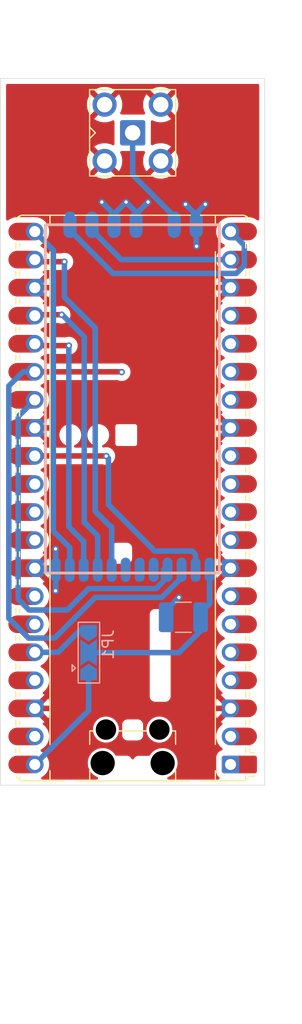
<source format=kicad_pcb>
(kicad_pcb (version 20241229) (generator "pcbnew") (generator_version "9.0")
  (layers (0 "F.Cu" signal) (2 "B.Cu" signal) (13 "F.Paste" user) (15 "B.Paste" user) (5 "F.SilkS" user "F.Silkscreen") (7 "B.SilkS" user "B.Silkscreen") (1 "F.Mask" user) (3 "B.Mask" user) (25 "Edge.Cuts" user))
  (net 0 "")
  (net 1 "GND")
  (net 3 "+3V3")
  (net 6 "/MOSI")
  (net 7 "/MISO")
  (net 9 "/RX_EN")
  (net 10 "/NSS")
  (net 13 "/TCXO_EN")
  (net 17 "VBUS")
  (net 18 "/BUSY")
  (net 19 "/RESET")
  (net 21 "/TX_EN")
  (net 24 "/SCK")
  (net 34 "Net-(J1-In)")
  (net 38 "Net-(JP1-C)")
  (footprint "Module:RaspberryPi_Pico_Common_Unspecified" (layer "F.Cu") (at 82 68 180)
    (property "Reference" "A1" (hide yes))
    (property "Value" "RaspberryPi_Pico")
    (fp_line (start 10.61 22.65) (end 10.61 23.07) (stroke (width 0.12)) (layer "F.SilkS"))
    (fp_line (start 10.61 20.11) (end 10.61 20.53) (stroke (width 0.12)) (layer "F.SilkS"))
    (fp_line (start 10.61 17.57) (end 10.61 17.99) (stroke (width 0.12)) (layer "F.SilkS"))
    (fp_line (start 10.61 15.03) (end 10.61 15.45) (stroke (width 0.12)) (layer "F.SilkS"))
    (fp_line (start 10.61 12.49) (end 10.61 12.91) (stroke (width 0.12)) (layer "F.SilkS"))
    (fp_line (start 10.61 9.95) (end 10.61 10.37) (stroke (width 0.12)) (layer "F.SilkS"))
    (fp_line (start 10.61 7.41) (end 10.61 7.83) (stroke (width 0.12)) (layer "F.SilkS"))
    (fp_line (start 10.61 4.87) (end 10.61 5.29) (stroke (width 0.12)) (layer "F.SilkS"))
    (fp_line (start 10.61 2.33) (end 10.61 2.75) (stroke (width 0.12)) (layer "F.SilkS"))
    (fp_line (start 10.61 -0.21) (end 10.61 0.21) (stroke (width 0.12)) (layer "F.SilkS"))
    (fp_line (start 10.61 -2.75) (end 10.61 -2.33) (stroke (width 0.12)) (layer "F.SilkS"))
    (fp_line (start 10.61 -5.29) (end 10.61 -4.87) (stroke (width 0.12)) (layer "F.SilkS"))
    (fp_line (start 10.61 -7.83) (end 10.61 -7.41) (stroke (width 0.12)) (layer "F.SilkS"))
    (fp_line (start 10.61 -10.37) (end 10.61 -9.95) (stroke (width 0.12)) (layer "F.SilkS"))
    (fp_line (start 10.61 -12.91) (end 10.61 -12.49) (stroke (width 0.12)) (layer "F.SilkS"))
    (fp_line (start 10.61 -15.45) (end 10.61 -15.03) (stroke (width 0.12)) (layer "F.SilkS"))
    (fp_line (start 10.61 -17.99) (end 10.61 -17.57) (stroke (width 0.12)) (layer "F.SilkS"))
    (fp_line (start 10.61 -20.53) (end 10.61 -20.11) (stroke (width 0.12)) (layer "F.SilkS"))
    (fp_line (start 10.61 -23.07) (end 10.61 -22.65) (stroke (width 0.12)) (layer "F.SilkS"))
    (fp_line (start 10.27 25.189937) (end 10.27 25.547) (stroke (width 0.12)) (layer "F.SilkS"))
    (fp_line (start 10.27 22.65) (end 10.27 23.07) (stroke (width 0.12)) (layer "F.SilkS"))
    (fp_line (start 10.27 20.11) (end 10.27 20.53) (stroke (width 0.12)) (layer "F.SilkS"))
    (fp_line (start 10.27 17.57) (end 10.27 17.99) (stroke (width 0.12)) (layer "F.SilkS"))
    (fp_line (start 10.27 15.03) (end 10.27 15.45) (stroke (width 0.12)) (layer "F.SilkS"))
    (fp_line (start 10.27 12.49) (end 10.27 12.91) (stroke (width 0.12)) (layer "F.SilkS"))
    (fp_line (start 10.27 9.95) (end 10.27 10.37) (stroke (width 0.12)) (layer "F.SilkS"))
    (fp_line (start 10.27 7.41) (end 10.27 7.83) (stroke (width 0.12)) (layer "F.SilkS"))
    (fp_line (start 10.27 4.87) (end 10.27 5.29) (stroke (width 0.12)) (layer "F.SilkS"))
    (fp_line (start 10.27 2.33) (end 10.27 2.75) (stroke (width 0.12)) (layer "F.SilkS"))
    (fp_line (start 10.27 -0.21) (end 10.27 0.21) (stroke (width 0.12)) (layer "F.SilkS"))
    (fp_line (start 10.27 -2.75) (end 10.27 -2.33) (stroke (width 0.12)) (layer "F.SilkS"))
    (fp_line (start 10.27 -5.29) (end 10.27 -4.87) (stroke (width 0.12)) (layer "F.SilkS"))
    (fp_line (start 10.27 -7.83) (end 10.27 -7.41) (stroke (width 0.12)) (layer "F.SilkS"))
    (fp_line (start 10.27 -10.37) (end 10.27 -9.95) (stroke (width 0.12)) (layer "F.SilkS"))
    (fp_line (start 10.27 -12.91) (end 10.27 -12.49) (stroke (width 0.12)) (layer "F.SilkS"))
    (fp_line (start 10.27 -15.45) (end 10.27 -15.03) (stroke (width 0.12)) (layer "F.SilkS"))
    (fp_line (start 10.27 -17.99) (end 10.27 -17.57) (stroke (width 0.12)) (layer "F.SilkS"))
    (fp_line (start 10.27 -20.53) (end 10.27 -20.11) (stroke (width 0.12)) (layer "F.SilkS"))
    (fp_line (start 10.27 -23.07) (end 10.27 -22.65) (stroke (width 0.12)) (layer "F.SilkS"))
    (fp_line (start 10.27 -25.189937) (end 10.27 -25.547) (stroke (width 0.12)) (layer "F.SilkS"))
    (fp_line (start 10 -25.61) (end 7.51 -25.61) (stroke (width 0.12)) (layer "F.SilkS"))
    (fp_line (start 7.51 24.69648) (end 7.51 25.61) (stroke (width 0.12)) (layer "F.SilkS"))
    (fp_line (start 7.51 -22.30352) (end 7.51 22.30352) (stroke (width 0.12)) (layer "F.SilkS"))
    (fp_line (start 7.51 -25.61) (end 7.51 -24.69648) (stroke (width 0.12)) (layer "F.SilkS"))
    (fp_line (start 6.162061 25.61) (end 10 25.61) (stroke (width 0.12)) (layer "F.SilkS"))
    (fp_line (start 6.162061 -25.61) (end 7.51 -25.61) (stroke (width 0.12)) (layer "F.SilkS"))
    (fp_line (start 5.237939 25.61) (end 3.6 25.61) (stroke (width 0.12)) (layer "F.SilkS"))
    (fp_line (start 4.235 -25.61) (end 5.237939 -25.61) (stroke (width 0.12)) (layer "F.SilkS"))
    (fp_line (start 3.9 -22.306) (end 3.9 -21.09) (stroke (width 0.12)) (layer "F.SilkS"))
    (fp_line (start 3.9 -25.61) (end 3.9 -24.694) (stroke (width 0.12)) (layer "F.SilkS"))
    (fp_line (start 3.60391 -21.09) (end 3.9 -21.09) (stroke (width 0.12)) (layer "F.SilkS"))
    (fp_line (start 3.6 25.61) (end -3.6 25.61) (stroke (width 0.12)) (layer "F.SilkS"))
    (fp_line (start -1.24609 -21.09) (end 1.24609 -21.09) (stroke (width 0.12)) (layer "F.SilkS"))
    (fp_line (start -3.6 25.61) (end -5.237939 25.61) (stroke (width 0.12)) (layer "F.SilkS"))
    (fp_line (start -3.9 -21.09) (end -3.60391 -21.09) (stroke (width 0.12)) (layer "F.SilkS"))
    (fp_line (start -3.9 -22.306) (end -3.9 -21.09) (stroke (width 0.12)) (layer "F.SilkS"))
    (fp_line (start -3.9 -25.61) (end -3.9 -24.694) (stroke (width 0.12)) (layer "F.SilkS"))
    (fp_line (start -4.235 -25.61) (end 4.235 -25.61) (stroke (width 0.12)) (layer "F.SilkS"))
    (fp_line (start -5.237939 -25.61) (end -4.235 -25.61) (stroke (width 0.12)) (layer "F.SilkS"))
    (fp_line (start -7.51 24.69648) (end -7.51 25.61) (stroke (width 0.12)) (layer "F.SilkS"))
    (fp_line (start -7.51 -22.30352) (end -7.51 22.30352) (stroke (width 0.12)) (layer "F.SilkS"))
    (fp_line (start -7.51 -25.61) (end -6.16206 -25.61) (stroke (width 0.12)) (layer "F.SilkS"))
    (fp_line (start -7.51 -25.61) (end -7.51 -24.69648) (stroke (width 0.12)) (layer "F.SilkS"))
    (fp_line (start -10 25.61) (end -6.162061 25.61) (stroke (width 0.12)) (layer "F.SilkS"))
    (fp_line (start -10 -25.61) (end -7.51 -25.61) (stroke (width 0.12)) (layer "F.SilkS"))
    (fp_line (start -10.27 25.189937) (end -10.27 25.547) (stroke (width 0.12)) (layer "F.SilkS"))
    (fp_line (start -10.27 22.65) (end -10.27 23.07) (stroke (width 0.12)) (layer "F.SilkS"))
    (fp_line (start -10.27 20.11) (end -10.27 20.53) (stroke (width 0.12)) (layer "F.SilkS"))
    (fp_line (start -10.27 17.57) (end -10.27 17.99) (stroke (width 0.12)) (layer "F.SilkS"))
    (fp_line (start -10.27 15.03) (end -10.27 15.45) (stroke (width 0.12)) (layer "F.SilkS"))
    (fp_line (start -10.27 12.49) (end -10.27 12.91) (stroke (width 0.12)) (layer "F.SilkS"))
    (fp_line (start -10.27 9.95) (end -10.27 10.37) (stroke (width 0.12)) (layer "F.SilkS"))
    (fp_line (start -10.27 7.41) (end -10.27 7.83) (stroke (width 0.12)) (layer "F.SilkS"))
    (fp_line (start -10.27 4.87) (end -10.27 5.29) (stroke (width 0.12)) (layer "F.SilkS"))
    (fp_line (start -10.27 2.33) (end -10.27 2.75) (stroke (width 0.12)) (layer "F.SilkS"))
    (fp_line (start -10.27 -0.21) (end -10.27 0.21) (stroke (width 0.12)) (layer "F.SilkS"))
    (fp_line (start -10.27 -2.75) (end -10.27 -2.33) (stroke (width 0.12)) (layer "F.SilkS"))
    (fp_line (start -10.27 -5.29) (end -10.27 -4.87) (stroke (width 0.12)) (layer "F.SilkS"))
    (fp_line (start -10.27 -7.83) (end -10.27 -7.41) (stroke (width 0.12)) (layer "F.SilkS"))
    (fp_line (start -10.27 -10.37) (end -10.27 -9.95) (stroke (width 0.12)) (layer "F.SilkS"))
    (fp_line (start -10.27 -12.91) (end -10.27 -12.49) (stroke (width 0.12)) (layer "F.SilkS"))
    (fp_line (start -10.27 -15.45) (end -10.27 -15.03) (stroke (width 0.12)) (layer "F.SilkS"))
    (fp_line (start -10.27 -17.99) (end -10.27 -17.57) (stroke (width 0.12)) (layer "F.SilkS"))
    (fp_line (start -10.27 -20.53) (end -10.27 -20.11) (stroke (width 0.12)) (layer "F.SilkS"))
    (fp_line (start -10.27 -23.07) (end -10.27 -22.65) (stroke (width 0.12)) (layer "F.SilkS"))
    (fp_line (start -10.27 -25.189937) (end -10.27 -25.547) (stroke (width 0.12)) (layer "F.SilkS"))
    (fp_line (start -10.579676 -25.19) (end -11.09 -25.19) (stroke (width 0.12)) (layer "F.SilkS"))
    (fp_line (start -10.61 22.65) (end -10.61 23.07) (stroke (width 0.12)) (layer "F.SilkS"))
    (fp_line (start -10.61 20.11) (end -10.61 20.53) (stroke (width 0.12)) (layer "F.SilkS"))
    (fp_line (start -10.61 17.57) (end -10.61 17.99) (stroke (width 0.12)) (layer "F.SilkS"))
    (fp_line (start -10.61 15.03) (end -10.61 15.45) (stroke (width 0.12)) (layer "F.SilkS"))
    (fp_line (start -10.61 12.49) (end -10.61 12.91) (stroke (width 0.12)) (layer "F.SilkS"))
    (fp_line (start -10.61 9.95) (end -10.61 10.37) (stroke (width 0.12)) (layer "F.SilkS"))
    (fp_line (start -10.61 7.41) (end -10.61 7.83) (stroke (width 0.12)) (layer "F.SilkS"))
    (fp_line (start -10.61 4.87) (end -10.61 5.29) (stroke (width 0.12)) (layer "F.SilkS"))
    (fp_line (start -10.61 2.33) (end -10.61 2.75) (stroke (width 0.12)) (layer "F.SilkS"))
    (fp_line (start -10.61 -0.21) (end -10.61 0.21) (stroke (width 0.12)) (layer "F.SilkS"))
    (fp_line (start -10.61 -2.75) (end -10.61 -2.33) (stroke (width 0.12)) (layer "F.SilkS"))
    (fp_line (start -10.61 -5.29) (end -10.61 -4.87) (stroke (width 0.12)) (layer "F.SilkS"))
    (fp_line (start -10.61 -7.83) (end -10.61 -7.41) (stroke (width 0.12)) (layer "F.SilkS"))
    (fp_line (start -10.61 -10.37) (end -10.61 -9.95) (stroke (width 0.12)) (layer "F.SilkS"))
    (fp_line (start -10.61 -12.91) (end -10.61 -12.49) (stroke (width 0.12)) (layer "F.SilkS"))
    (fp_line (start -10.61 -15.45) (end -10.61 -15.03) (stroke (width 0.12)) (layer "F.SilkS"))
    (fp_line (start -10.61 -17.99) (end -10.61 -17.57) (stroke (width 0.12)) (layer "F.SilkS"))
    (fp_line (start -10.61 -20.53) (end -10.61 -20.11) (stroke (width 0.12)) (layer "F.SilkS"))
    (fp_line (start -10.61 -23.07) (end -10.61 -22.65) (stroke (width 0.12)) (layer "F.SilkS"))
    (fp_line (start -10.61 -23.07) (end -11.09 -23.07) (stroke (width 0.12)) (layer "F.SilkS"))
    (fp_arc (start 10.579676 25.189937) (mid 10.357946 25.493957) (end 10 25.61) (stroke (width 0.12)) (layer "F.SilkS"))
    (fp_arc (start 10 -25.61) (mid 10.357937 -25.493944) (end 10.579676 -25.189937) (stroke (width 0.12)) (layer "F.SilkS"))
    (fp_arc (start -10 25.61) (mid -10.357937 25.493944) (end -10.579676 25.189937) (stroke (width 0.12)) (layer "F.SilkS"))
    (fp_arc (start -10.579676 -25.19) (mid -10.357938 -25.493944) (end -10 -25.61) (stroke (width 0.12)) (layer "F.SilkS"))
    (pad "" np_thru_hole circle (at -2.725 -24 180) (size 2.2 2.2) (drill 2.2) (layers "*.Mask"))
    (pad "" np_thru_hole circle (at -2.425 -20.97 180) (size 1.85 1.85) (drill 1.85) (layers "*.Mask"))
    (pad "" np_thru_hole circle (at 2.425 -20.97 180) (size 1.85 1.85) (drill 1.85) (layers "*.Mask"))
    (pad "" np_thru_hole circle (at 2.725 -24 180) (size 2.2 2.2) (drill 2.2) (layers "*.Mask"))
    (pad "1" smd custom (at -9.69 -24.13 180) (size 1.6 0.8) (layers "F.Cu" "F.Mask") (options (clearance outline) (anchor rect)) (primitives (gr_circle (center 0.8 0) (end 1.6 0) (width 0) (fill yes)) (gr_poly (pts (xy -1.6 -0.6) (xy -1.6 0.6) (xy -1.4 0.8) (xy 0.8 0.8) (xy 0.8 -0.8) (xy -1.4 -0.8)) (width 0) (fill yes)) (gr_circle (center -1.4 -0.6) (end -1.2 -0.6) (width 0) (fill yes)) (gr_circle (center -1.4 0.6) (end -1.2 0.6) (width 0) (fill yes))))
    (pad "1" thru_hole roundrect (at -8.89 -24.13 180) (size 1.6 1.6) (drill 1) (layers "*.Cu" "*.Mask") (roundrect_rratio 0.125))
    (pad "2" smd roundrect (at -9.69 -21.59 180) (size 3.2 1.6) (layers "F.Cu" "F.Mask") (roundrect_rratio 0.5))
    (pad "2" thru_hole circle (at -8.89 -21.59 180) (size 1.6 1.6) (drill 1) (layers "*.Cu" "*.Mask"))
    (pad "3" smd custom (at -9.69 -19.05 180) (size 1.6 0.8) (layers "F.Cu" "F.Mask") (net 1 "GND") (options (clearance outline) (anchor rect)) (primitives (gr_circle (center -0.8 0) (end 0 0) (width 0) (fill yes)) (gr_poly (pts (xy 1.6 -0.6) (xy 1.6 0.6) (xy 1.4 0.8) (xy -0.8 0.8) (xy -0.8 -0.8) (xy 1.4 -0.8)) (width 0) (fill yes)) (gr_circle (center 1.4 -0.6) (end 1.6 -0.6) (width 0) (fill yes)) (gr_circle (center 1.4 0.6) (end 1.6 0.6) (width 0) (fill yes))))
    (pad "3" thru_hole custom (at -8.89 -19.05 180) (size 1.6 1.6) (drill 1) (layers "*.Cu" "*.Mask") (net 1 "GND") (options (clearance outline) (anchor circle)) (primitives (gr_poly (pts (xy 0.8 0.6) (xy 0.8 -0.6) (xy 0.6 -0.8) (xy 0 -0.8) (xy 0 0.8) (xy 0.6 0.8)) (width 0) (fill yes)) (gr_circle (center 0.6 0.6) (end 0.8 0.6) (width 0) (fill yes)) (gr_circle (center 0.6 -0.6) (end 0.8 -0.6) (width 0) (fill yes))))
    (pad "4" smd roundrect (at -9.69 -16.51 180) (size 3.2 1.6) (layers "F.Cu" "F.Mask") (roundrect_rratio 0.5))
    (pad "4" thru_hole circle (at -8.89 -16.51 180) (size 1.6 1.6) (drill 1) (layers "*.Cu" "*.Mask"))
    (pad "5" smd roundrect (at -9.69 -13.97 180) (size 3.2 1.6) (layers "F.Cu" "F.Mask") (roundrect_rratio 0.5))
    (pad "5" thru_hole circle (at -8.89 -13.97 180) (size 1.6 1.6) (drill 1) (layers "*.Cu" "*.Mask"))
    (pad "6" smd roundrect (at -9.69 -11.43 180) (size 3.2 1.6) (layers "F.Cu" "F.Mask") (roundrect_rratio 0.5))
    (pad "6" thru_hole circle (at -8.89 -11.43 180) (size 1.6 1.6) (drill 1) (layers "*.Cu" "*.Mask"))
    (pad "7" smd roundrect (at -9.69 -8.89 180) (size 3.2 1.6) (layers "F.Cu" "F.Mask") (roundrect_rratio 0.5))
    (pad "7" thru_hole circle (at -8.89 -8.89 180) (size 1.6 1.6) (drill 1) (layers "*.Cu" "*.Mask"))
    (pad "8" smd custom (at -9.69 -6.35 180) (size 1.6 0.8) (layers "F.Cu" "F.Mask") (net 1 "GND") (options (clearance outline) (anchor rect)) (primitives (gr_circle (center -0.8 0) (end 0 0) (width 0) (fill yes)) (gr_poly (pts (xy 1.6 -0.6) (xy 1.6 0.6) (xy 1.4 0.8) (xy -0.8 0.8) (xy -0.8 -0.8) (xy 1.4 -0.8)) (width 0) (fill yes)) (gr_circle (center 1.4 -0.6) (end 1.6 -0.6) (width 0) (fill yes)) (gr_circle (center 1.4 0.6) (end 1.6 0.6) (width 0) (fill yes))))
    (pad "8" thru_hole custom (at -8.89 -6.35 180) (size 1.6 1.6) (drill 1) (layers "*.Cu" "*.Mask") (net 1 "GND") (options (clearance outline) (anchor circle)) (primitives (gr_poly (pts (xy 0.8 0.6) (xy 0.8 -0.6) (xy 0.6 -0.8) (xy 0 -0.8) (xy 0 0.8) (xy 0.6 0.8)) (width 0) (fill yes)) (gr_circle (center 0.6 0.6) (end 0.8 0.6) (width 0) (fill yes)) (gr_circle (center 0.6 -0.6) (end 0.8 -0.6) (width 0) (fill yes))))
    (pad "9" smd roundrect (at -9.69 -3.81 180) (size 3.2 1.6) (layers "F.Cu" "F.Mask") (roundrect_rratio 0.5))
    (pad "9" thru_hole circle (at -8.89 -3.81 180) (size 1.6 1.6) (drill 1) (layers "*.Cu" "*.Mask"))
    (pad "10" smd roundrect (at -9.69 -1.27 180) (size 3.2 1.6) (layers "F.Cu" "F.Mask") (roundrect_rratio 0.5))
    (pad "10" thru_hole circle (at -8.89 -1.27 180) (size 1.6 1.6) (drill 1) (layers "*.Cu" "*.Mask"))
    (pad "11" smd roundrect (at -9.69 1.27 180) (size 3.2 1.6) (layers "F.Cu" "F.Mask") (roundrect_rratio 0.5))
    (pad "11" thru_hole circle (at -8.89 1.27 180) (size 1.6 1.6) (drill 1) (layers "*.Cu" "*.Mask"))
    (pad "12" smd roundrect (at -9.69 3.81 180) (size 3.2 1.6) (layers "F.Cu" "F.Mask") (roundrect_rratio 0.5))
    (pad "12" thru_hole circle (at -8.89 3.81 180) (size 1.6 1.6) (drill 1) (layers "*.Cu" "*.Mask"))
    (pad "13" smd custom (at -9.69 6.35 180) (size 1.6 0.8) (layers "F.Cu" "F.Mask") (net 1 "GND") (options (clearance outline) (anchor rect)) (primitives (gr_circle (center -0.8 0) (end 0 0) (width 0) (fill yes)) (gr_poly (pts (xy 1.6 -0.6) (xy 1.6 0.6) (xy 1.4 0.8) (xy -0.8 0.8) (xy -0.8 -0.8) (xy 1.4 -0.8)) (width 0) (fill yes)) (gr_circle (center 1.4 -0.6) (end 1.6 -0.6) (width 0) (fill yes)) (gr_circle (center 1.4 0.6) (end 1.6 0.6) (width 0) (fill yes))))
    (pad "13" thru_hole custom (at -8.89 6.35 180) (size 1.6 1.6) (drill 1) (layers "*.Cu" "*.Mask") (net 1 "GND") (options (clearance outline) (anchor circle)) (primitives (gr_poly (pts (xy 0.8 0.6) (xy 0.8 -0.6) (xy 0.6 -0.8) (xy 0 -0.8) (xy 0 0.8) (xy 0.6 0.8)) (width 0) (fill yes)) (gr_circle (center 0.6 0.6) (end 0.8 0.6) (width 0) (fill yes)) (gr_circle (center 0.6 -0.6) (end 0.8 -0.6) (width 0) (fill yes))))
    (pad "14" smd roundrect (at -9.69 8.89 180) (size 3.2 1.6) (layers "F.Cu" "F.Mask") (roundrect_rratio 0.5))
    (pad "14" thru_hole circle (at -8.89 8.89 180) (size 1.6 1.6) (drill 1) (layers "*.Cu" "*.Mask"))
    (pad "15" smd roundrect (at -9.69 11.43 180) (size 3.2 1.6) (layers "F.Cu" "F.Mask") (roundrect_rratio 0.5))
    (pad "15" thru_hole circle (at -8.89 11.43 180) (size 1.6 1.6) (drill 1) (layers "*.Cu" "*.Mask"))
    (pad "16" smd roundrect (at -9.69 13.97 180) (size 3.2 1.6) (layers "F.Cu" "F.Mask") (roundrect_rratio 0.5))
    (pad "16" thru_hole circle (at -8.89 13.97 180) (size 1.6 1.6) (drill 1) (layers "*.Cu" "*.Mask"))
    (pad "17" smd roundrect (at -9.69 16.51 180) (size 3.2 1.6) (layers "F.Cu" "F.Mask") (roundrect_rratio 0.5))
    (pad "17" thru_hole circle (at -8.89 16.51 180) (size 1.6 1.6) (drill 1) (layers "*.Cu" "*.Mask"))
    (pad "18" smd custom (at -9.69 19.05 180) (size 1.6 0.8) (layers "F.Cu" "F.Mask") (net 1 "GND") (options (clearance outline) (anchor rect)) (primitives (gr_circle (center -0.8 0) (end 0 0) (width 0) (fill yes)) (gr_poly (pts (xy 1.6 -0.6) (xy 1.6 0.6) (xy 1.4 0.8) (xy -0.8 0.8) (xy -0.8 -0.8) (xy 1.4 -0.8)) (width 0) (fill yes)) (gr_circle (center 1.4 -0.6) (end 1.6 -0.6) (width 0) (fill yes)) (gr_circle (center 1.4 0.6) (end 1.6 0.6) (width 0) (fill yes))))
    (pad "18" thru_hole custom (at -8.89 19.05 180) (size 1.6 1.6) (drill 1) (layers "*.Cu" "*.Mask") (net 1 "GND") (options (clearance outline) (anchor circle)) (primitives (gr_poly (pts (xy 0.8 0.6) (xy 0.8 -0.6) (xy 0.6 -0.8) (xy 0 -0.8) (xy 0 0.8) (xy 0.6 0.8)) (width 0) (fill yes)) (gr_circle (center 0.6 0.6) (end 0.8 0.6) (width 0) (fill yes)) (gr_circle (center 0.6 -0.6) (end 0.8 -0.6) (width 0) (fill yes))))
    (pad "19" smd roundrect (at -9.69 21.59 180) (size 3.2 1.6) (layers "F.Cu" "F.Mask") (roundrect_rratio 0.5) (net 9 "/RX_EN"))
    (pad "19" thru_hole circle (at -8.89 21.59 180) (size 1.6 1.6) (drill 1) (layers "*.Cu" "*.Mask") (net 9 "/RX_EN"))
    (pad "20" smd roundrect (at -9.69 24.13 180) (size 3.2 1.6) (layers "F.Cu" "F.Mask") (roundrect_rratio 0.5) (net 21 "/TX_EN"))
    (pad "20" thru_hole circle (at -8.89 24.13 180) (size 1.6 1.6) (drill 1) (layers "*.Cu" "*.Mask") (net 21 "/TX_EN"))
    (pad "21" thru_hole circle (at 8.89 24.13 180) (size 1.6 1.6) (drill 1) (layers "*.Cu" "*.Mask") (net 7 "/MISO"))
    (pad "21" smd roundrect (at 9.69 24.13 180) (size 3.2 1.6) (layers "F.Cu" "F.Mask") (roundrect_rratio 0.5) (net 7 "/MISO"))
    (pad "22" thru_hole circle (at 8.89 21.59 180) (size 1.6 1.6) (drill 1) (layers "*.Cu" "*.Mask") (net 10 "/NSS"))
    (pad "22" smd roundrect (at 9.69 21.59 180) (size 3.2 1.6) (layers "F.Cu" "F.Mask") (roundrect_rratio 0.5) (net 10 "/NSS"))
    (pad "23" thru_hole custom (at 8.89 19.05 180) (size 1.6 1.6) (drill 1) (layers "*.Cu" "*.Mask") (net 1 "GND") (options (clearance outline) (anchor circle)) (primitives (gr_poly (pts (xy -0.8 0.6) (xy -0.8 -0.6) (xy -0.6 -0.8) (xy 0 -0.8) (xy 0 0.8) (xy -0.6 0.8)) (width 0) (fill yes)) (gr_circle (center -0.6 0.6) (end -0.4 0.6) (width 0) (fill yes)) (gr_circle (center -0.6 -0.6) (end -0.4 -0.6) (width 0) (fill yes))))
    (pad "23" smd custom (at 9.69 19.05 180) (size 1.6 0.8) (layers "F.Cu" "F.Mask") (net 1 "GND") (options (clearance outline) (anchor rect)) (primitives (gr_circle (center 0.8 0) (end 1.6 0) (width 0) (fill yes)) (gr_poly (pts (xy -1.6 -0.6) (xy -1.6 0.6) (xy -1.4 0.8) (xy 0.8 0.8) (xy 0.8 -0.8) (xy -1.4 -0.8)) (width 0) (fill yes)) (gr_circle (center -1.4 -0.6) (end -1.2 -0.6) (width 0) (fill yes)) (gr_circle (center -1.4 0.6) (end -1.2 0.6) (width 0) (fill yes))))
    (pad "24" thru_hole circle (at 8.89 16.51 180) (size 1.6 1.6) (drill 1) (layers "*.Cu" "*.Mask") (net 24 "/SCK"))
    (pad "24" smd roundrect (at 9.69 16.51 180) (size 3.2 1.6) (layers "F.Cu" "F.Mask") (roundrect_rratio 0.5) (net 24 "/SCK"))
    (pad "25" thru_hole circle (at 8.89 13.97 180) (size 1.6 1.6) (drill 1) (layers "*.Cu" "*.Mask") (net 6 "/MOSI"))
    (pad "25" smd roundrect (at 9.69 13.97 180) (size 3.2 1.6) (layers "F.Cu" "F.Mask") (roundrect_rratio 0.5) (net 6 "/MOSI"))
    (pad "26" thru_hole circle (at 8.89 11.43 180) (size 1.6 1.6) (drill 1) (layers "*.Cu" "*.Mask") (net 19 "/RESET"))
    (pad "26" smd roundrect (at 9.69 11.43 180) (size 3.2 1.6) (layers "F.Cu" "F.Mask") (roundrect_rratio 0.5) (net 19 "/RESET"))
    (pad "27" thru_hole circle (at 8.89 8.89 180) (size 1.6 1.6) (drill 1) (layers "*.Cu" "*.Mask") (net 18 "/BUSY"))
    (pad "27" smd roundrect (at 9.69 8.89 180) (size 3.2 1.6) (layers "F.Cu" "F.Mask") (roundrect_rratio 0.5) (net 18 "/BUSY"))
    (pad "28" thru_hole custom (at 8.89 6.35 180) (size 1.6 1.6) (drill 1) (layers "*.Cu" "*.Mask") (net 1 "GND") (options (clearance outline) (anchor circle)) (primitives (gr_poly (pts (xy -0.8 0.6) (xy -0.8 -0.6) (xy -0.6 -0.8) (xy 0 -0.8) (xy 0 0.8) (xy -0.6 0.8)) (width 0) (fill yes)) (gr_circle (center -0.6 0.6) (end -0.4 0.6) (width 0) (fill yes)) (gr_circle (center -0.6 -0.6) (end -0.4 -0.6) (width 0) (fill yes))))
    (pad "28" smd custom (at 9.69 6.35 180) (size 1.6 0.8) (layers "F.Cu" "F.Mask") (net 1 "GND") (options (clearance outline) (anchor rect)) (primitives (gr_circle (center 0.8 0) (end 1.6 0) (width 0) (fill yes)) (gr_poly (pts (xy -1.6 -0.6) (xy -1.6 0.6) (xy -1.4 0.8) (xy 0.8 0.8) (xy 0.8 -0.8) (xy -1.4 -0.8)) (width 0) (fill yes)) (gr_circle (center -1.4 -0.6) (end -1.2 -0.6) (width 0) (fill yes)) (gr_circle (center -1.4 0.6) (end -1.2 0.6) (width 0) (fill yes))))
    (pad "29" thru_hole circle (at 8.89 3.81 180) (size 1.6 1.6) (drill 1) (layers "*.Cu" "*.Mask") (net 13 "/TCXO_EN"))
    (pad "29" smd roundrect (at 9.69 3.81 180) (size 3.2 1.6) (layers "F.Cu" "F.Mask") (roundrect_rratio 0.5) (net 13 "/TCXO_EN"))
    (pad "30" thru_hole circle (at 8.89 1.27 180) (size 1.6 1.6) (drill 1) (layers "*.Cu" "*.Mask"))
    (pad "30" smd roundrect (at 9.69 1.27 180) (size 3.2 1.6) (layers "F.Cu" "F.Mask") (roundrect_rratio 0.5))
    (pad "31" thru_hole circle (at 8.89 -1.27 180) (size 1.6 1.6) (drill 1) (layers "*.Cu" "*.Mask"))
    (pad "31" smd roundrect (at 9.69 -1.27 180) (size 3.2 1.6) (layers "F.Cu" "F.Mask") (roundrect_rratio 0.5))
    (pad "32" thru_hole circle (at 8.89 -3.81 180) (size 1.6 1.6) (drill 1) (layers "*.Cu" "*.Mask"))
    (pad "32" smd roundrect (at 9.69 -3.81 180) (size 3.2 1.6) (layers "F.Cu" "F.Mask") (roundrect_rratio 0.5))
    (pad "33" thru_hole custom (at 8.89 -6.35 180) (size 1.6 1.6) (drill 1) (layers "*.Cu" "*.Mask") (net 1 "GND") (options (clearance outline) (anchor circle)) (primitives (gr_poly (pts (xy -0.8 0.6) (xy -0.8 -0.6) (xy -0.6 -0.8) (xy 0 -0.8) (xy 0 0.8) (xy -0.6 0.8)) (width 0) (fill yes)) (gr_circle (center -0.6 0.6) (end -0.4 0.6) (width 0) (fill yes)) (gr_circle (center -0.6 -0.6) (end -0.4 -0.6) (width 0) (fill yes))))
    (pad "33" smd custom (at 9.69 -6.35 180) (size 1.6 0.8) (layers "F.Cu" "F.Mask") (net 1 "GND") (options (clearance outline) (anchor rect)) (primitives (gr_circle (center 0.8 0) (end 1.6 0) (width 0) (fill yes)) (gr_poly (pts (xy -1.6 -0.6) (xy -1.6 0.6) (xy -1.4 0.8) (xy 0.8 0.8) (xy 0.8 -0.8) (xy -1.4 -0.8)) (width 0) (fill yes)) (gr_circle (center -1.4 -0.6) (end -1.2 -0.6) (width 0) (fill yes)) (gr_circle (center -1.4 0.6) (end -1.2 0.6) (width 0) (fill yes))))
    (pad "34" thru_hole circle (at 8.89 -8.89 180) (size 1.6 1.6) (drill 1) (layers "*.Cu" "*.Mask"))
    (pad "34" smd roundrect (at 9.69 -8.89 180) (size 3.2 1.6) (layers "F.Cu" "F.Mask") (roundrect_rratio 0.5))
    (pad "35" thru_hole circle (at 8.89 -11.43 180) (size 1.6 1.6) (drill 1) (layers "*.Cu" "*.Mask"))
    (pad "35" smd roundrect (at 9.69 -11.43 180) (size 3.2 1.6) (layers "F.Cu" "F.Mask") (roundrect_rratio 0.5))
    (pad "36" thru_hole circle (at 8.89 -13.97 180) (size 1.6 1.6) (drill 1) (layers "*.Cu" "*.Mask") (net 3 "+3V3"))
    (pad "36" smd roundrect (at 9.69 -13.97 180) (size 3.2 1.6) (layers "F.Cu" "F.Mask") (roundrect_rratio 0.5) (net 3 "+3V3"))
    (pad "37" thru_hole circle (at 8.89 -16.51 180) (size 1.6 1.6) (drill 1) (layers "*.Cu" "*.Mask"))
    (pad "37" smd roundrect (at 9.69 -16.51 180) (size 3.2 1.6) (layers "F.Cu" "F.Mask") (roundrect_rratio 0.5))
    (pad "38" thru_hole custom (at 8.89 -19.05 180) (size 1.6 1.6) (drill 1) (layers "*.Cu" "*.Mask") (net 1 "GND") (options (clearance outline) (anchor circle)) (primitives (gr_poly (pts (xy -0.8 0.6) (xy -0.8 -0.6) (xy -0.6 -0.8) (xy 0 -0.8) (xy 0 0.8) (xy -0.6 0.8)) (width 0) (fill yes)) (gr_circle (center -0.6 0.6) (end -0.4 0.6) (width 0) (fill yes)) (gr_circle (center -0.6 -0.6) (end -0.4 -0.6) (width 0) (fill yes))))
    (pad "38" smd custom (at 9.69 -19.05 180) (size 1.6 0.8) (layers "F.Cu" "F.Mask") (net 1 "GND") (options (clearance outline) (anchor rect)) (primitives (gr_circle (center 0.8 0) (end 1.6 0) (width 0) (fill yes)) (gr_poly (pts (xy -1.6 -0.6) (xy -1.6 0.6) (xy -1.4 0.8) (xy 0.8 0.8) (xy 0.8 -0.8) (xy -1.4 -0.8)) (width 0) (fill yes)) (gr_circle (center -1.4 -0.6) (end -1.2 -0.6) (width 0) (fill yes)) (gr_circle (center -1.4 0.6) (end -1.2 0.6) (width 0) (fill yes))))
    (pad "39" thru_hole circle (at 8.89 -21.59 180) (size 1.6 1.6) (drill 1) (layers "*.Cu" "*.Mask"))
    (pad "39" smd roundrect (at 9.69 -21.59 180) (size 3.2 1.6) (layers "F.Cu" "F.Mask") (roundrect_rratio 0.5))
    (pad "40" thru_hole circle (at 8.89 -24.13 180) (size 1.6 1.6) (drill 1) (layers "*.Cu" "*.Mask") (net 17 "VBUS"))
    (pad "40" smd roundrect (at 9.69 -24.13 180) (size 3.2 1.6) (layers "F.Cu" "F.Mask") (roundrect_rratio 0.5) (net 17 "VBUS"))
    (zone (net 0) (net_name "") (layers "F.Cu" "F.Paste") (name "Pad Keep Out D1-W") (connect_pads (clearance 0)) (min_thickness 0.25)
      (keepout (tracks not_allowed) (vias not_allowed) (pads not_allowed) (copperpour not_allowed) (footprints allowed))
      (fill (thermal_gap 0.5) (thermal_bridge_width 0.5))
      (polygon (pts (xy 80.6285 61.3126) (xy 81.4159 61.3126) (xy 81.4159 63.2874) (xy 80.6285 63.2874) (xy 80.5891 63.285478) (xy 80.516298 63.255323) (xy 80.460577 63.199602) (xy 80.430422 63.1268) (xy 80.4285 63.0874) (xy 80.4285 61.5126) (xy 80.430422 61.4732) (xy 80.460577 61.400398) (xy 80.516298 61.344677) (xy 80.5891 61.314522)))
    )
    (zone (net 0) (net_name "") (layers "F.Cu" "F.Paste") (name "Pad Keep Out D1-W") (connect_pads (clearance 0)) (min_thickness 0.25)
      (keepout (tracks not_allowed) (vias not_allowed) (pads not_allowed) (copperpour not_allowed) (footprints allowed))
      (fill (thermal_gap 0.5) (thermal_bridge_width 0.5))
      (polygon (pts (xy 82.371222 63.199602) (xy 82.315502 63.255322) (xy 82.2427 63.285478) (xy 82.2033 63.2874) (xy 81.4159 63.2874) (xy 81.4159 61.3126) (xy 82.2033 61.3126) (xy 82.2427 61.314522) (xy 82.315502 61.344678) (xy 82.371222 61.400398) (xy 82.401378 61.4732) (xy 82.4033 61.5126) (xy 82.4033 63.0874) (xy 82.401378 63.1268)))
    )
    (zone (net 0) (net_name "") (layers "F.Cu" "F.Paste") (name "Pad Keep Out TP7") (connect_pads (clearance 0)) (min_thickness 0.25)
      (keepout (tracks not_allowed) (vias not_allowed) (pads not_allowed) (copperpour not_allowed) (footprints allowed))
      (fill (thermal_gap 0.5) (thermal_bridge_width 0.5))
      (polygon (pts (xy 81 72.05) (xy 80.55 72.05) (xy 80.484455 72.052139) (xy 80.357833 72.086067) (xy 80.244306 72.151612) (xy 80.151612 72.244306) (xy 80.086067 72.357833) (xy 80.052139 72.484455) (xy 80.05 72.55) (xy 80.05 73.45) (xy 80.052139 73.515545) (xy 80.086067 73.642167) (xy 80.151612 73.755694) (xy 80.244306 73.848388) (xy 80.357833 73.913933) (xy 80.484455 73.947861) (xy 80.55 73.95) (xy 81 73.95)))
    )
    (zone (net 0) (net_name "") (layers "F.Cu" "F.Paste") (name "Pad Keep Out TP2") (connect_pads (clearance 0)) (min_thickness 0.25)
      (keepout (tracks not_allowed) (vias not_allowed) (pads not_allowed) (copperpour not_allowed) (footprints allowed))
      (fill (thermal_gap 0.5) (thermal_bridge_width 0.5))
      (polygon (pts (xy 81 91.335) (xy 80.55 91.335) (xy 80.484455 91.337139) (xy 80.357833 91.371067) (xy 80.244306 91.436612) (xy 80.151612 91.529306) (xy 80.086067 91.642833) (xy 80.052139 91.769455) (xy 80.05 91.835) (xy 80.05 92.735) (xy 80.052139 92.800545) (xy 80.086067 92.927167) (xy 80.151612 93.040694) (xy 80.244306 93.133388) (xy 80.357833 93.198933) (xy 80.484455 93.232861) (xy 80.55 93.235) (xy 81 93.235)))
    )
    (zone (net 0) (net_name "") (layers "F.Cu" "F.Paste") (name "Pad Keep Out TP7") (connect_pads (clearance 0)) (min_thickness 0.25)
      (keepout (tracks not_allowed) (vias not_allowed) (pads not_allowed) (copperpour not_allowed) (footprints allowed))
      (fill (thermal_gap 0.5) (thermal_bridge_width 0.5))
      (polygon (pts (xy 81.947861 73.515545) (xy 81.913932 73.642167) (xy 81.848388 73.755694) (xy 81.755694 73.848388) (xy 81.642167 73.913932) (xy 81.515545 73.947861) (xy 81.45 73.95) (xy 81 73.95) (xy 81 72.05) (xy 81.45 72.05) (xy 81.515545 72.052139) (xy 81.642167 72.086068) (xy 81.755694 72.151612) (xy 81.848388 72.244306) (xy 81.913932 72.357833) (xy 81.947861 72.484455) (xy 81.95 72.55) (xy 81.95 73.45)))
    )
    (zone (net 0) (net_name "") (layers "F.Cu" "F.Paste") (name "Pad Keep Out TP2") (connect_pads (clearance 0)) (min_thickness 0.25)
      (keepout (tracks not_allowed) (vias not_allowed) (pads not_allowed) (copperpour not_allowed) (footprints allowed))
      (fill (thermal_gap 0.5) (thermal_bridge_width 0.5))
      (polygon (pts (xy 81.947861 92.800545) (xy 81.913932 92.927167) (xy 81.848388 93.040694) (xy 81.755694 93.133388) (xy 81.642167 93.198932) (xy 81.515545 93.232861) (xy 81.45 93.235) (xy 81 93.235) (xy 81 91.335) (xy 81.45 91.335) (xy 81.515545 91.337139) (xy 81.642167 91.371068) (xy 81.755694 91.436612) (xy 81.848388 91.529306) (xy 81.913932 91.642833) (xy 81.947861 91.769455) (xy 81.95 91.835) (xy 81.95 92.735)))
    )
    (zone (net 0) (net_name "") (layers "F.Cu" "F.Paste") (name "Pad Keep Out TP1") (connect_pads (clearance 0)) (min_thickness 0.25)
      (keepout (tracks not_allowed) (vias not_allowed) (pads not_allowed) (copperpour not_allowed) (footprints allowed))
      (fill (thermal_gap 0.5) (thermal_bridge_width 0.5))
      (polygon (pts (xy 82 88.05) (xy 81.55 88.05) (xy 81.484455 88.052139) (xy 81.357833 88.086067) (xy 81.244306 88.151612) (xy 81.151612 88.244306) (xy 81.086067 88.357833) (xy 81.052139 88.484455) (xy 81.05 88.55) (xy 81.05 89.45) (xy 81.052139 89.515545) (xy 81.086067 89.642167) (xy 81.151612 89.755694) (xy 81.244306 89.848388) (xy 81.357833 89.913933) (xy 81.484455 89.947861) (xy 81.55 89.95) (xy 82 89.95)))
    )
    (zone (net 0) (net_name "") (layers "F.Cu" "F.Paste") (name "Pad Keep Out TP1") (connect_pads (clearance 0)) (min_thickness 0.25)
      (keepout (tracks not_allowed) (vias not_allowed) (pads not_allowed) (copperpour not_allowed) (footprints allowed))
      (fill (thermal_gap 0.5) (thermal_bridge_width 0.5))
      (polygon (pts (xy 82.947861 89.515545) (xy 82.913932 89.642167) (xy 82.848388 89.755694) (xy 82.755694 89.848388) (xy 82.642167 89.913932) (xy 82.515545 89.947861) (xy 82.45 89.95) (xy 82 89.95) (xy 82 88.05) (xy 82.45 88.05) (xy 82.515545 88.052139) (xy 82.642167 88.086068) (xy 82.755694 88.151612) (xy 82.848388 88.244306) (xy 82.913932 88.357833) (xy 82.947861 88.484455) (xy 82.95 88.55) (xy 82.95 89.45)))
    )
    (zone (net 0) (net_name "") (layers "F.Cu" "F.Paste") (name "Pad Keep Out TP3") (connect_pads (clearance 0)) (min_thickness 0.25)
      (keepout (tracks not_allowed) (vias not_allowed) (pads not_allowed) (copperpour not_allowed) (footprints allowed))
      (fill (thermal_gap 0.5) (thermal_bridge_width 0.5))
      (polygon (pts (xy 83 91.35) (xy 82.55 91.35) (xy 82.484455 91.352139) (xy 82.357833 91.386067) (xy 82.244306 91.451612) (xy 82.151612 91.544306) (xy 82.086067 91.657833) (xy 82.052139 91.784455) (xy 82.05 91.85) (xy 82.05 92.75) (xy 82.052139 92.815545) (xy 82.086067 92.942167) (xy 82.151612 93.055694) (xy 82.244306 93.148388) (xy 82.357833 93.213933) (xy 82.484455 93.247861) (xy 82.55 93.25) (xy 83 93.25)))
    )
    (zone (net 0) (net_name "") (layers "F.Cu" "F.Paste") (name "Pad Keep Out TP4") (connect_pads (clearance 0)) (min_thickness 0.25)
      (keepout (tracks not_allowed) (vias not_allowed) (pads not_allowed) (copperpour not_allowed) (footprints allowed))
      (fill (thermal_gap 0.5) (thermal_bridge_width 0.5))
      (polygon (pts (xy 83.55 82.25) (xy 83.55 85.95) (xy 83.552139 86.015545) (xy 83.586067 86.142167) (xy 83.651612 86.255694) (xy 83.744306 86.348388) (xy 83.857833 86.413933) (xy 83.984455 86.447861) (xy 84.05 86.45) (xy 84.95 86.45) (xy 85.015545 86.447861) (xy 85.142167 86.413933) (xy 85.255694 86.348388) (xy 85.348388 86.255694) (xy 85.413933 86.142167) (xy 85.447861 86.015545) (xy 85.45 85.95) (xy 85.45 82.25)))
    )
    (zone (net 0) (net_name "") (layers "F.Cu" "F.Paste") (name "Pad Keep Out TP3") (connect_pads (clearance 0)) (min_thickness 0.25)
      (keepout (tracks not_allowed) (vias not_allowed) (pads not_allowed) (copperpour not_allowed) (footprints allowed))
      (fill (thermal_gap 0.5) (thermal_bridge_width 0.5))
      (polygon (pts (xy 83.947861 92.815545) (xy 83.913932 92.942167) (xy 83.848388 93.055694) (xy 83.755694 93.148388) (xy 83.642167 93.213932) (xy 83.515545 93.247861) (xy 83.45 93.25) (xy 83 93.25) (xy 83 91.35) (xy 83.45 91.35) (xy 83.515545 91.352139) (xy 83.642167 91.386068) (xy 83.755694 91.451612) (xy 83.848388 91.544306) (xy 83.913932 91.657833) (xy 83.947861 91.784455) (xy 83.95 91.85) (xy 83.95 92.75)))
    )
    (zone (net 0) (net_name "") (layers "F.Cu" "F.Paste") (name "Pad Keep Out TP6") (connect_pads (clearance 0)) (min_thickness 0.25)
      (keepout (tracks not_allowed) (vias not_allowed) (pads not_allowed) (copperpour not_allowed) (footprints allowed))
      (fill (thermal_gap 0.5) (thermal_bridge_width 0.5))
      (polygon (pts (xy 85.015545 78.052139) (xy 85.142167 78.086068) (xy 85.255694 78.151612) (xy 85.348388 78.244306) (xy 85.413932 78.357833) (xy 85.447861 78.484455) (xy 85.45 78.55) (xy 85.45 82.25) (xy 83.55 82.25) (xy 83.55 78.55) (xy 83.552139 78.484455) (xy 83.586068 78.357833) (xy 83.651612 78.244306) (xy 83.744306 78.151612) (xy 83.857833 78.086068) (xy 83.984455 78.052139) (xy 84.05 78.05) (xy 84.95 78.05)))
    )
    (zone (net 0) (net_name "") (layers "F.Cu" "F.Paste") (name "Pad Keep Out D3-W") (connect_pads (clearance 0)) (min_thickness 0.254)
      (keepout (tracks not_allowed) (vias not_allowed) (pads not_allowed) (copperpour not_allowed) (footprints allowed))
      (fill (thermal_gap 0.508) (thermal_bridge_width 0.508))
      (polygon (pts (xy 75.343722 62.3) (xy 75.362618 62.492715) (xy 75.418586 62.67809) (xy 75.509494 62.849063) (xy 75.63188 62.999123) (xy 75.781081 63.122553) (xy 75.951416 63.214652) (xy 76.136395 63.271913) (xy 76.328973 63.292154) (xy 76.521816 63.274604) (xy 76.707576 63.219931) (xy 76.87918 63.130219) (xy 77.030091 63.008884) (xy 77.154559 62.860548) (xy 77.247846 62.69086) (xy 77.306397 62.506285) (xy 77.327981 62.313853) (xy 77.311778 62.120893) (xy 77.258404 61.934755) (xy 77.169892 61.762529) (xy 77.049613 61.610775) (xy 76.902149 61.485274) (xy 76.733118 61.390805) (xy 76.548956 61.330967) (xy 76.356679 61.30804) (xy 76.16361 61.322895) (xy 75.977104 61.374969) (xy 75.804264 61.462276) (xy 75.651675 61.581493) (xy 75.525147 61.728077) (xy 75.4295 61.896445) (xy 75.368378 62.080184) (xy 75.344109 62.272297)))
    )
    (zone (net 0) (net_name "") (layers "F.Cu" "F.Paste") (name "Pad Keep Out D2-W") (connect_pads (clearance 0)) (min_thickness 0.254)
      (keepout (tracks not_allowed) (vias not_allowed) (pads not_allowed) (copperpour not_allowed) (footprints allowed))
      (fill (thermal_gap 0.508) (thermal_bridge_width 0.508))
      (polygon (pts (xy 77.883722 62.3) (xy 77.902618 62.492715) (xy 77.958586 62.67809) (xy 78.049494 62.849063) (xy 78.17188 62.999123) (xy 78.321081 63.122553) (xy 78.491416 63.214652) (xy 78.676395 63.271913) (xy 78.868973 63.292154) (xy 79.061816 63.274604) (xy 79.247576 63.219931) (xy 79.41918 63.130219) (xy 79.570091 63.008884) (xy 79.694559 62.860548) (xy 79.787846 62.69086) (xy 79.846397 62.506285) (xy 79.867981 62.313853) (xy 79.851778 62.120893) (xy 79.798404 61.934755) (xy 79.709892 61.762529) (xy 79.589613 61.610775) (xy 79.442149 61.485274) (xy 79.273118 61.390805) (xy 79.088956 61.330967) (xy 78.896679 61.30804) (xy 78.70361 61.322895) (xy 78.517104 61.374969) (xy 78.344264 61.462276) (xy 78.191675 61.581493) (xy 78.065147 61.728077) (xy 77.9695 61.896445) (xy 77.908378 62.080184) (xy 77.884109 62.272297)))
    )
  )
  (footprint "Connector_Coaxial:SMA_BAT_Wireless_BWSMA-KWE-Z001" (layer "F.Cu") (at 82 34.925)
    (property "Reference" "J1" (hide yes))
    (property "Value" "Conn_Coaxial")
    (fp_line (start -3.885 0.5) (end -3.385 0) (stroke (width 0.12)) (layer "F.SilkS"))
    (fp_line (start -3.385 0) (end -3.885 -0.5) (stroke (width 0.12)) (layer "F.SilkS"))
    (fp_rect (start -3.91 -3.91) (end 3.91 3.91) (stroke (width 0.12)) (fill no) (layer "F.SilkS"))
    (pad "1" thru_hole roundrect (at 0 0) (size 2.3 2.3) (drill 1.4) (layers "*.Cu" "*.Mask") (roundrect_rratio 0.087) (net 34 "Net-(J1-In)"))
    (pad "2" thru_hole circle (at -2.55 -2.55) (size 2.2 2.2) (drill 1.4) (layers "*.Cu" "*.Mask") (net 1 "GND"))
    (pad "2" thru_hole circle (at -2.55 2.55) (size 2.2 2.2) (drill 1.4) (layers "*.Cu" "*.Mask") (net 1 "GND"))
    (pad "2" thru_hole circle (at 2.55 -2.55) (size 2.2 2.2) (drill 1.4) (layers "*.Cu" "*.Mask") (net 1 "GND"))
    (pad "2" thru_hole circle (at 2.55 2.55) (size 2.2 2.2) (drill 1.4) (layers "*.Cu" "*.Mask") (net 1 "GND"))
  )
  (footprint "Critbit_lib:LORA1280F27-TCXO" (layer "B.Cu") (at 82 59 180)
    (property "Reference" "U1" (hide yes))
    (property "Value" "LoRa1280F27-TCXO")
    (fp_rect (start -7.874 15.748) (end 7.9261 -15.7919) (stroke (width 0.254)) (fill no) (layer "B.SilkS"))
    (pad "1" smd oval (at -6.985 -15.494 180) (size 0.9 2.2) (layers "B.Cu" "B.Mask" "B.Paste") (net 38 "Net-(JP1-C)"))
    (pad "2" smd oval (at -5.715 -15.494 180) (size 0.9 2.2) (layers "B.Cu" "B.Mask" "B.Paste") (net 13 "/TCXO_EN"))
    (pad "3" smd oval (at -4.445 -15.494 180) (size 0.9 2.2) (layers "B.Cu" "B.Mask" "B.Paste") (net 19 "/RESET"))
    (pad "4" smd oval (at -3.175 -15.494 180) (size 0.9 2.2) (layers "B.Cu" "B.Mask" "B.Paste") (net 18 "/BUSY"))
    (pad "5" smd oval (at -1.905 -15.494 180) (size 0.9 2.2) (layers "B.Cu" "B.Mask" "B.Paste"))
    (pad "6" smd oval (at -0.635 -15.494 180) (size 0.9 2.2) (layers "B.Cu" "B.Mask" "B.Paste"))
    (pad "7" smd oval (at 0.635 -15.494 180) (size 0.9 2.2) (layers "B.Cu" "B.Mask" "B.Paste"))
    (pad "8" smd oval (at 1.905 -15.494 180) (size 0.9 2.2) (layers "B.Cu" "B.Mask" "B.Paste") (net 10 "/NSS"))
    (pad "9" smd oval (at 3.175 -15.494 180) (size 0.9 2.2) (layers "B.Cu" "B.Mask" "B.Paste") (net 24 "/SCK"))
    (pad "10" smd oval (at 4.445 -15.494 180) (size 0.9 2.2) (layers "B.Cu" "B.Mask" "B.Paste") (net 6 "/MOSI"))
    (pad "11" smd oval (at 5.715 -15.494 180) (size 0.9 2.2) (layers "B.Cu" "B.Mask" "B.Paste") (net 7 "/MISO"))
    (pad "12" smd oval (at 6.985 -15.494 180) (size 0.9 2.2) (layers "B.Cu" "B.Mask" "B.Paste") (net 1 "GND"))
    (pad "13" smd oval (at 5.6939 15.748 180) (size 1.2 2.4) (layers "B.Cu" "B.Mask" "B.Paste") (net 21 "/TX_EN"))
    (pad "14" smd oval (at 3.6939 15.748 180) (size 1.2 2.4) (layers "B.Cu" "B.Mask" "B.Paste") (net 9 "/RX_EN"))
    (pad "15" smd oval (at 1.6939 15.748 180) (size 1.2 2.4) (layers "B.Cu" "B.Mask" "B.Paste") (net 1 "GND"))
    (pad "16" smd oval (at -0.3061 15.748 180) (size 1.2 2.4) (layers "B.Cu" "B.Mask" "B.Paste") (net 1 "GND"))
    (pad "17" smd oval (at -3.7739 15.748 180) (size 1.2 2.4) (layers "B.Cu" "B.Mask" "B.Paste") (net 34 "Net-(J1-In)"))
    (pad "18" smd oval (at -5.7739 15.748 180) (size 1.2 2.4) (layers "B.Cu" "B.Mask" "B.Paste") (net 1 "GND"))
  )
  (footprint "Capacitor_SMD:C_1210_3225Metric_Pad1.33x2.70mm_HandSolder" (layer "B.Cu") (at 86.6 78.8 180)
    (property "Reference" "C1" (hide yes))
    (property "Value" "C_Polarized")
    (fp_line (start -0.711252 1.36) (end 0.711252 1.36) (stroke (width 0.12)) (layer "B.SilkS"))
    (fp_line (start -0.711252 -1.36) (end 0.711252 -1.36) (stroke (width 0.12)) (layer "B.SilkS"))
    (pad "1" smd roundrect (at -1.5625 0 180) (size 1.325 2.7) (layers "B.Cu" "B.Mask" "B.Paste") (roundrect_rratio 0.188679) (net 38 "Net-(JP1-C)"))
    (pad "2" smd roundrect (at 1.5625 0 180) (size 1.325 2.7) (layers "B.Cu" "B.Mask" "B.Paste") (roundrect_rratio 0.188679) (net 1 "GND"))
  )
  (footprint "Jumper:SolderJumper-3_P2.0mm_Open_TrianglePad1.0x1.5mm" (layer "B.Cu") (at 78 82 90)
    (property "Reference" "JP1" (at 0.725 1.775 90) (layer "B.SilkS") (effects (justify mirror)))
    (property "Value" "SolderJumper_3_Open")
    (fp_line (start -1.1 -1.5) (end -1.4 -1.2) (stroke (width 0.12)) (layer "B.SilkS"))
    (fp_line (start -1.7 -1.5) (end -1.1 -1.5) (stroke (width 0.12)) (layer "B.SilkS"))
    (fp_line (start -1.4 -1.2) (end -1.7 -1.5) (stroke (width 0.12)) (layer "B.SilkS"))
    (fp_line (start 2.75 -0.95) (end -2.75 -0.95) (stroke (width 0.12)) (layer "B.SilkS"))
    (fp_line (start -2.75 -0.95) (end -2.75 1) (stroke (width 0.12)) (layer "B.SilkS"))
    (fp_line (start 2.75 1) (end 2.75 -0.95) (stroke (width 0.12)) (layer "B.SilkS"))
    (fp_line (start -2.75 1) (end 2.75 1) (stroke (width 0.12)) (layer "B.SilkS"))
    (pad "1" smd custom (at -2 0 90) (size 0.3 0.3) (layers "B.Cu" "B.Mask") (net 17 "VBUS") (options (clearance outline) (anchor rect)) (primitives (gr_poly (pts (xy 1 0) (xy 0.5 -0.75) (xy -0.5 -0.75) (xy -0.5 0.75) (xy 0.5 0.75)) (width 0) (fill yes))))
    (pad "2" smd custom (at 0 0 90) (size 0.3 0.3) (layers "B.Cu") (net 38 "Net-(JP1-C)") (options (clearance outline) (anchor rect)) (primitives (gr_poly (pts (xy 0.7 0) (xy 1.2 -0.75) (xy -1.2 -0.75) (xy -0.7 0) (xy -1.2 0.75) (xy 1.2 0.75)) (width 0) (fill yes))))
    (pad "3" smd custom (at 2 0 270) (size 0.3 0.3) (layers "B.Cu" "B.Mask") (net 3 "+3V3") (options (clearance outline) (anchor rect)) (primitives (gr_poly (pts (xy 1 0) (xy 0.5 -0.75) (xy -0.5 -0.75) (xy -0.5 0.75) (xy 0.5 0.75)) (width 0) (fill yes))))
  )
  (gr_rect (start 70 30) (end 94 94) (stroke (width 0.05)) (fill no) (layer "Edge.Cuts"))
  (via (at 83.4 41.2) (size 0.6) (drill 0.3) (layers "F.Cu" "B.Cu") (net 1))
  (via (at 75 72.6) (size 0.6) (drill 0.3) (layers "F.Cu" "B.Cu") (net 1))
  (via (at 79.2 41.2) (size 0.6) (drill 0.3) (layers "F.Cu" "B.Cu") (net 1))
  (via (at 86.8 41.4) (size 0.6) (drill 0.3) (layers "F.Cu" "B.Cu") (net 1))
  (via (at 81.4 41.2) (size 0.6) (drill 0.3) (layers "F.Cu" "B.Cu") (net 1))
  (via (at 86.2 77) (size 0.6) (drill 0.3) (layers "F.Cu" "B.Cu") (net 1))
  (via (at 75 76.4) (size 0.6) (drill 0.3) (layers "F.Cu" "B.Cu") (net 1))
  (via (at 87.8 45.2) (size 0.6) (drill 0.3) (layers "F.Cu" "B.Cu") (net 1))
  (via (at 88.6 41.4) (size 0.6) (drill 0.3) (layers "F.Cu" "B.Cu") (net 1))
  (segment (start 87.7739 45.1739) (end 87.8 45.2) (width 0.5) (layer "B.Cu") (net 1))
  (segment (start 87.7739 43.252) (end 87.7739 42.3739) (width 0.5) (layer "B.Cu") (net 1))
  (segment (start 73.254 74.494) (end 73.11 74.35) (width 0.5) (layer "B.Cu") (net 1))
  (segment (start 82.3061 42.2939) (end 82.3061 43.252) (width 0.5) (layer "B.Cu") (net 1))
  (segment (start 85.0375 78.1625) (end 86.2 77) (width 0.5) (layer "B.Cu") (net 1))
  (segment (start 80.3061 43.252) (end 80.3061 42.3061) (width 0.5) (layer "B.Cu") (net 1))
  (segment (start 82.3061 43.252) (end 82.3061 42.1061) (width 0.5) (layer "B.Cu") (net 1))
  (segment (start 75.015 72.615) (end 75 72.6) (width 0.5) (layer "B.Cu") (net 1))
  (segment (start 80.3061 42.3061) (end 79.2 41.2) (width 0.5) (layer "B.Cu") (net 1))
  (segment (start 75.015 74.494) (end 75.015 76.385) (width 0.5) (layer "B.Cu") (net 1))
  (segment (start 80.3061 42.2939) (end 81.4 41.2) (width 0.5) (layer "B.Cu") (net 1))
  (segment (start 82.3061 42.1061) (end 81.4 41.2) (width 0.5) (layer "B.Cu") (net 1))
  (segment (start 87.7739 43.252) (end 87.7739 45.1739) (width 0.5) (layer "B.Cu") (net 1))
  (segment (start 85.0375 78.8) (end 85.0375 78.1625) (width 0.5) (layer "B.Cu") (net 1))
  (segment (start 87.7739 42.2261) (end 88.6 41.4) (width 0.5) (layer "B.Cu") (net 1))
  (segment (start 87.7739 42.3739) (end 86.8 41.4) (width 0.5) (layer "B.Cu") (net 1))
  (segment (start 83.4 41.2) (end 82.3061 42.2939) (width 0.5) (layer "B.Cu") (net 1))
  (segment (start 75.015 74.494) (end 75.015 72.615) (width 0.5) (layer "B.Cu") (net 1))
  (segment (start 80.3061 43.252) (end 80.3061 42.2939) (width 0.5) (layer "B.Cu") (net 1))
  (segment (start 87.7739 43.252) (end 87.7739 42.2261) (width 0.5) (layer "B.Cu") (net 1))
  (segment (start 75.015 74.494) (end 73.254 74.494) (width 0.5) (layer "B.Cu") (net 1))
  (segment (start 75.015 76.385) (end 75 76.4) (width 0.5) (layer "B.Cu") (net 1))
  (segment (start 75.23 81.97) (end 73.11 81.97) (width 0.5) (layer "B.Cu") (net 3))
  (segment (start 77.2 80) (end 75.23 81.97) (width 0.5) (layer "B.Cu") (net 3))
  (segment (start 78 80) (end 77.2 80) (width 0.5) (layer "B.Cu") (net 3))
  (segment (start 73.28 54.2) (end 73.11 54.03) (width 0.5) (layer "F.Cu") (net 6))
  (segment (start 76.2 54.2) (end 73.28 54.2) (width 0.5) (layer "F.Cu") (net 6))
  (via (at 76.2 54.2) (size 0.6) (drill 0.3) (layers "F.Cu" "B.Cu") (net 6))
  (segment (start 77.555 74.494) (end 77.555 71.955) (width 0.5) (layer "B.Cu") (net 6))
  (segment (start 76.2 54.2) (end 76.2 70.6) (width 0.5) (layer "B.Cu") (net 6))
  (segment (start 77.555 71.955) (end 76.2 70.6) (width 0.5) (layer "B.Cu") (net 6))
  (segment (start 76.285 72.485) (end 74.8 71) (width 0.5) (layer "B.Cu") (net 7))
  (segment (start 76.285 74.494) (end 76.285 72.485) (width 0.5) (layer "B.Cu") (net 7))
  (segment (start 74.8 45.56) (end 73.11 43.87) (width 0.5) (layer "B.Cu") (net 7))
  (segment (start 74.8 71) (end 74.8 45.56) (width 0.5) (layer "B.Cu") (net 7))
  (segment (start 78.3061 43.752) (end 80.9641 46.41) (width 0.5) (layer "B.Cu") (net 9))
  (segment (start 78.3061 43.252) (end 78.3061 43.752) (width 0.5) (layer "B.Cu") (net 9))
  (segment (start 80.9641 46.41) (end 90.89 46.41) (width 0.5) (layer "B.Cu") (net 9))
  (segment (start 73.3 46.6) (end 73.11 46.41) (width 0.5) (layer "F.Cu") (net 10))
  (segment (start 75.8 46.6) (end 73.3 46.6) (width 0.5) (layer "F.Cu") (net 10))
  (via (at 75.8 46.6) (size 0.6) (drill 0.3) (layers "F.Cu" "B.Cu") (net 10))
  (segment (start 78.6 69.2) (end 78.6 52.6) (width 0.5) (layer "B.Cu") (net 10))
  (segment (start 80.095 74.494) (end 80.095 70.6) (width 0.5) (layer "B.Cu") (net 10))
  (segment (start 75.8 49.8) (end 75.8 46.6) (width 0.5) (layer "B.Cu") (net 10))
  (segment (start 80 70.6) (end 78.6 69.2) (width 0.5) (layer "B.Cu") (net 10))
  (segment (start 76.8 50.8) (end 75.8 49.8) (width 0.5) (layer "B.Cu") (net 10))
  (segment (start 80.095 70.6) (end 80 70.6) (width 0.5) (layer "B.Cu") (net 10))
  (segment (start 78.6 52.6) (end 76.8 50.8) (width 0.5) (layer "B.Cu") (net 10))
  (segment (start 79.59 64.19) (end 73.11 64.19) (width 0.5) (layer "F.Cu") (net 13))
  (segment (start 79.6 64.2) (end 79.59 64.19) (width 0.5) (layer "F.Cu") (net 13))
  (via (at 79.6 64.2) (size 0.6) (drill 0.3) (layers "F.Cu" "B.Cu") (net 13))
  (segment (start 87.4 72.8) (end 84 72.8) (width 0.5) (layer "B.Cu") (net 13))
  (segment (start 87.715 74.494) (end 87.715 73.115) (width 0.5) (layer "B.Cu") (net 13))
  (segment (start 79.8 68.6) (end 79.8 64.4) (width 0.5) (layer "B.Cu") (net 13))
  (segment (start 79.8 64.4) (end 79.6 64.2) (width 0.5) (layer "B.Cu") (net 13))
  (segment (start 84 72.8) (end 79.8 68.6) (width 0.5) (layer "B.Cu") (net 13))
  (segment (start 87.715 73.115) (end 87.4 72.8) (width 0.5) (layer "B.Cu") (net 13))
  (segment (start 78 87.24) (end 73.11 92.13) (width 0.5) (layer "B.Cu") (net 17))
  (segment (start 78 84) (end 78 87.24) (width 0.5) (layer "B.Cu") (net 17))
  (segment (start 71.6 60.62) (end 71.6 77.149182) (width 0.5) (layer "B.Cu") (net 18))
  (segment (start 84.806 75.517206) (end 84.806 74.494) (width 0.5) (layer "B.Cu") (net 18))
  (segment (start 84.806 74.494) (end 85.175 74.494) (width 0.5) (layer "B.Cu") (net 18))
  (segment (start 71.6 77.149182) (end 72.591818 78.141) (width 0.5) (layer "B.Cu") (net 18))
  (segment (start 72.591818 78.141) (end 76.059 78.141) (width 0.5) (layer "B.Cu") (net 18))
  (segment (start 76.059 78.141) (end 78 76.2) (width 0.5) (layer "B.Cu") (net 18))
  (segment (start 84.123206 76.2) (end 84.806 75.517206) (width 0.5) (layer "B.Cu") (net 18))
  (segment (start 78 76.2) (end 84.123206 76.2) (width 0.5) (layer "B.Cu") (net 18))
  (segment (start 73.11 59.11) (end 71.6 60.62) (width 0.5) (layer "B.Cu") (net 18))
  (segment (start 80.97 56.57) (end 73.11 56.57) (width 0.5) (layer "F.Cu") (net 19))
  (segment (start 81 56.6) (end 80.97 56.57) (width 0.5) (layer "F.Cu") (net 19))
  (via (at 81 56.6) (size 0.6) (drill 0.3) (layers "F.Cu" "B.Cu") (net 19))
  (segment (start 78.601 76.999) (end 74.919 80.681) (width 0.5) (layer "B.Cu") (net 19))
  (segment (start 86.445 75.194) (end 84.64 76.999) (width 0.5) (layer "B.Cu") (net 19))
  (segment (start 86.445 74.494) (end 86.445 75.194) (width 0.5) (layer "B.Cu") (net 19))
  (segment (start 70.751 78.889182) (end 70.751 57.849) (width 0.5) (layer "B.Cu") (net 19))
  (segment (start 84.64 76.999) (end 78.601 76.999) (width 0.5) (layer "B.Cu") (net 19))
  (segment (start 74.919 80.681) (end 72.542818 80.681) (width 0.5) (layer "B.Cu") (net 19))
  (segment (start 72.03 56.57) (end 73.11 56.57) (width 0.5) (layer "B.Cu") (net 19))
  (segment (start 70.751 57.849) (end 72.03 56.57) (width 0.5) (layer "B.Cu") (net 19))
  (segment (start 72.542818 80.681) (end 70.751 78.889182) (width 0.5) (layer "B.Cu") (net 19))
  (segment (start 80.2151 47.661) (end 76.3061 43.752) (width 0.5) (layer "B.Cu") (net 21))
  (segment (start 91.408182 47.661) (end 80.2151 47.661) (width 0.5) (layer "B.Cu") (net 21))
  (segment (start 90.89 43.87) (end 92.141 45.121) (width 0.5) (layer "B.Cu") (net 21))
  (segment (start 92.141 46.928182) (end 91.408182 47.661) (width 0.5) (layer "B.Cu") (net 21))
  (segment (start 92.141 45.121) (end 92.141 46.928182) (width 0.5) (layer "B.Cu") (net 21))
  (segment (start 76.3061 43.752) (end 76.3061 43.252) (width 0.5) (layer "B.Cu") (net 21))
  (segment (start 75.55 51.4) (end 73.2 51.4) (width 0.5) (layer "F.Cu") (net 24))
  (segment (start 73.2 51.4) (end 73.11 51.49) (width 0.5) (layer "F.Cu") (net 24))
  (via (at 75.55 51.4) (size 0.6) (drill 0.3) (layers "F.Cu" "B.Cu") (net 24))
  (segment (start 78.825 71.425) (end 77.6 70.2) (width 0.5) (layer "B.Cu") (net 24))
  (segment (start 78.825 74.494) (end 78.825 71.425) (width 0.5) (layer "B.Cu") (net 24))
  (segment (start 77.6 53.4) (end 75.6 51.4) (width 0.5) (layer "B.Cu") (net 24))
  (segment (start 77.6 70.2) (end 77.6 53.4) (width 0.5) (layer "B.Cu") (net 24))
  (segment (start 75.6 51.4) (end 75.55 51.4) (width 0.5) (layer "B.Cu") (net 24))
  (segment (start 82 38.737925) (end 82 34.925) (width 0.5) (layer "B.Cu") (net 34))
  (segment (start 85.7739 42.511825) (end 82 38.737925) (width 0.5) (layer "B.Cu") (net 34))
  (segment (start 85.7739 43.252) (end 85.7739 42.511825) (width 0.5) (layer "B.Cu") (net 34))
  (segment (start 88.985 77.5775) (end 88.1625 78.4) (width 0.5) (layer "B.Cu") (net 38))
  (segment (start 78 82) (end 86.2 82) (width 0.5) (layer "B.Cu") (net 38))
  (segment (start 88.1625 78.4) (end 88.1625 78.8) (width 0.5) (layer "B.Cu") (net 38))
  (segment (start 88.5625 79.2) (end 88.1625 78.8) (width 0.5) (layer "B.Cu") (net 38))
  (segment (start 88.985 74.494) (end 88.985 77.5775) (width 0.5) (layer "B.Cu") (net 38))
  (segment (start 88.5625 79.6375) (end 88.5625 79.2) (width 0.5) (layer "B.Cu") (net 38))
  (segment (start 86.2 82) (end 88.5625 79.6375) (width 0.5) (layer "B.Cu") (net 38))
  (zone (net 1) (net_name "GND") (layer "F.Cu") (connect_pads (clearance 0.5)) (min_thickness 0.25) (fill yes (thermal_gap 0.5) (thermal_bridge_width 0.5))
    (polygon (pts (xy 70 30) (xy 70 94) (xy 94 94) (xy 94 30)))
  )
)
</source>
